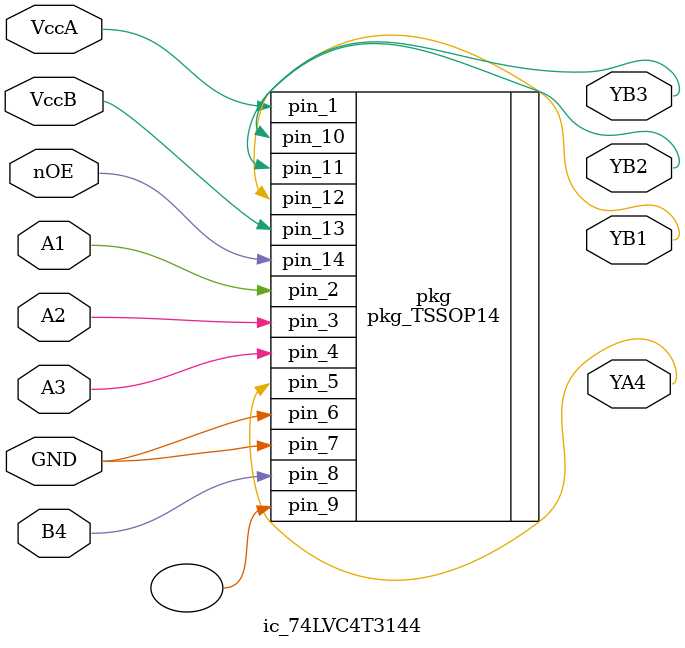
<source format=v>
module ic_74LVC4T3144 (GND, VccA, VccB, nOE, A1, A2, A3, YA4,
			YB1, YB2, YB3, B4);

input GND, VccA, VccB;
input nOE;
input A1, A2, A3, B4;
output YB1, YB2, YB3, YA4;

/* instantiate the package; the mapping of signals to pins is defined here */

pkg_TSSOP14 pkg (.pin_1(VccA),
		 .pin_2(A1),
		 .pin_3(A2),
		 .pin_4(A3),
		 .pin_5(YA4),
		 .pin_6(GND),
		 .pin_7(GND),
		 .pin_8(B4),
		 .pin_9(),	/* no connect */
		 .pin_10(YB3),
		 .pin_11(YB2),
		 .pin_12(YB1),
		 .pin_13(VccB),
		 .pin_14(nOE)
	);

endmodule

</source>
